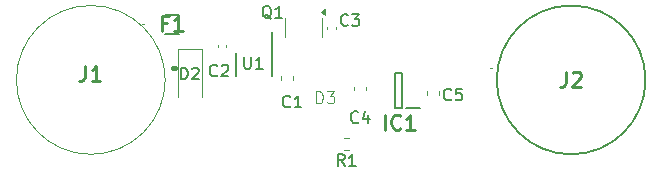
<source format=gbr>
%TF.GenerationSoftware,KiCad,Pcbnew,8.0.4*%
%TF.CreationDate,2025-04-09T21:22:43-04:00*%
%TF.ProjectId,accessory_peripheral,61636365-7373-46f7-9279-5f7065726970,rev?*%
%TF.SameCoordinates,Original*%
%TF.FileFunction,Legend,Top*%
%TF.FilePolarity,Positive*%
%FSLAX46Y46*%
G04 Gerber Fmt 4.6, Leading zero omitted, Abs format (unit mm)*
G04 Created by KiCad (PCBNEW 8.0.4) date 2025-04-09 21:22:43*
%MOMM*%
%LPD*%
G01*
G04 APERTURE LIST*
%ADD10C,0.254000*%
%ADD11C,0.150000*%
%ADD12C,0.100000*%
%ADD13C,0.200000*%
%ADD14C,0.120000*%
%ADD15C,0.400000*%
G04 APERTURE END LIST*
D10*
X134611767Y-98347515D02*
X134188433Y-98347515D01*
X134188433Y-99012753D02*
X134188433Y-97742753D01*
X134188433Y-97742753D02*
X134793195Y-97742753D01*
X135942243Y-99012753D02*
X135216528Y-99012753D01*
X135579385Y-99012753D02*
X135579385Y-97742753D01*
X135579385Y-97742753D02*
X135458433Y-97924181D01*
X135458433Y-97924181D02*
X135337481Y-98045134D01*
X135337481Y-98045134D02*
X135216528Y-98105610D01*
D11*
X158668433Y-104798015D02*
X158620814Y-104845635D01*
X158620814Y-104845635D02*
X158477957Y-104893254D01*
X158477957Y-104893254D02*
X158382719Y-104893254D01*
X158382719Y-104893254D02*
X158239862Y-104845635D01*
X158239862Y-104845635D02*
X158144624Y-104750396D01*
X158144624Y-104750396D02*
X158097005Y-104655158D01*
X158097005Y-104655158D02*
X158049386Y-104464682D01*
X158049386Y-104464682D02*
X158049386Y-104321825D01*
X158049386Y-104321825D02*
X158097005Y-104131349D01*
X158097005Y-104131349D02*
X158144624Y-104036111D01*
X158144624Y-104036111D02*
X158239862Y-103940873D01*
X158239862Y-103940873D02*
X158382719Y-103893254D01*
X158382719Y-103893254D02*
X158477957Y-103893254D01*
X158477957Y-103893254D02*
X158620814Y-103940873D01*
X158620814Y-103940873D02*
X158668433Y-103988492D01*
X159573195Y-103893254D02*
X159097005Y-103893254D01*
X159097005Y-103893254D02*
X159049386Y-104369444D01*
X159049386Y-104369444D02*
X159097005Y-104321825D01*
X159097005Y-104321825D02*
X159192243Y-104274206D01*
X159192243Y-104274206D02*
X159430338Y-104274206D01*
X159430338Y-104274206D02*
X159525576Y-104321825D01*
X159525576Y-104321825D02*
X159573195Y-104369444D01*
X159573195Y-104369444D02*
X159620814Y-104464682D01*
X159620814Y-104464682D02*
X159620814Y-104702777D01*
X159620814Y-104702777D02*
X159573195Y-104798015D01*
X159573195Y-104798015D02*
X159525576Y-104845635D01*
X159525576Y-104845635D02*
X159430338Y-104893254D01*
X159430338Y-104893254D02*
X159192243Y-104893254D01*
X159192243Y-104893254D02*
X159097005Y-104845635D01*
X159097005Y-104845635D02*
X159049386Y-104798015D01*
D10*
X153045337Y-107362753D02*
X153045337Y-106092753D01*
X154375814Y-107241800D02*
X154315338Y-107302277D01*
X154315338Y-107302277D02*
X154133909Y-107362753D01*
X154133909Y-107362753D02*
X154012957Y-107362753D01*
X154012957Y-107362753D02*
X153831528Y-107302277D01*
X153831528Y-107302277D02*
X153710576Y-107181324D01*
X153710576Y-107181324D02*
X153650099Y-107060372D01*
X153650099Y-107060372D02*
X153589623Y-106818467D01*
X153589623Y-106818467D02*
X153589623Y-106637038D01*
X153589623Y-106637038D02*
X153650099Y-106395134D01*
X153650099Y-106395134D02*
X153710576Y-106274181D01*
X153710576Y-106274181D02*
X153831528Y-106153229D01*
X153831528Y-106153229D02*
X154012957Y-106092753D01*
X154012957Y-106092753D02*
X154133909Y-106092753D01*
X154133909Y-106092753D02*
X154315338Y-106153229D01*
X154315338Y-106153229D02*
X154375814Y-106213705D01*
X155585338Y-107362753D02*
X154859623Y-107362753D01*
X155222480Y-107362753D02*
X155222480Y-106092753D01*
X155222480Y-106092753D02*
X155101528Y-106274181D01*
X155101528Y-106274181D02*
X154980576Y-106395134D01*
X154980576Y-106395134D02*
X154859623Y-106455610D01*
D12*
X147247005Y-105135854D02*
X147247005Y-104135854D01*
X147247005Y-104135854D02*
X147485100Y-104135854D01*
X147485100Y-104135854D02*
X147627957Y-104183473D01*
X147627957Y-104183473D02*
X147723195Y-104278711D01*
X147723195Y-104278711D02*
X147770814Y-104373949D01*
X147770814Y-104373949D02*
X147818433Y-104564425D01*
X147818433Y-104564425D02*
X147818433Y-104707282D01*
X147818433Y-104707282D02*
X147770814Y-104897758D01*
X147770814Y-104897758D02*
X147723195Y-104992996D01*
X147723195Y-104992996D02*
X147627957Y-105088235D01*
X147627957Y-105088235D02*
X147485100Y-105135854D01*
X147485100Y-105135854D02*
X147247005Y-105135854D01*
X148151767Y-104135854D02*
X148770814Y-104135854D01*
X148770814Y-104135854D02*
X148437481Y-104516806D01*
X148437481Y-104516806D02*
X148580338Y-104516806D01*
X148580338Y-104516806D02*
X148675576Y-104564425D01*
X148675576Y-104564425D02*
X148723195Y-104612044D01*
X148723195Y-104612044D02*
X148770814Y-104707282D01*
X148770814Y-104707282D02*
X148770814Y-104945377D01*
X148770814Y-104945377D02*
X148723195Y-105040615D01*
X148723195Y-105040615D02*
X148675576Y-105088235D01*
X148675576Y-105088235D02*
X148580338Y-105135854D01*
X148580338Y-105135854D02*
X148294624Y-105135854D01*
X148294624Y-105135854D02*
X148199386Y-105088235D01*
X148199386Y-105088235D02*
X148151767Y-105040615D01*
D11*
X141143195Y-101213254D02*
X141143195Y-102022777D01*
X141143195Y-102022777D02*
X141190814Y-102118015D01*
X141190814Y-102118015D02*
X141238433Y-102165635D01*
X141238433Y-102165635D02*
X141333671Y-102213254D01*
X141333671Y-102213254D02*
X141524147Y-102213254D01*
X141524147Y-102213254D02*
X141619385Y-102165635D01*
X141619385Y-102165635D02*
X141667004Y-102118015D01*
X141667004Y-102118015D02*
X141714623Y-102022777D01*
X141714623Y-102022777D02*
X141714623Y-101213254D01*
X142714623Y-102213254D02*
X142143195Y-102213254D01*
X142428909Y-102213254D02*
X142428909Y-101213254D01*
X142428909Y-101213254D02*
X142333671Y-101356111D01*
X142333671Y-101356111D02*
X142238433Y-101451349D01*
X142238433Y-101451349D02*
X142143195Y-101498968D01*
D10*
X127680567Y-101987353D02*
X127680567Y-102894496D01*
X127680567Y-102894496D02*
X127620090Y-103075924D01*
X127620090Y-103075924D02*
X127499138Y-103196877D01*
X127499138Y-103196877D02*
X127317709Y-103257353D01*
X127317709Y-103257353D02*
X127196757Y-103257353D01*
X128950567Y-103257353D02*
X128224852Y-103257353D01*
X128587709Y-103257353D02*
X128587709Y-101987353D01*
X128587709Y-101987353D02*
X128466757Y-102168781D01*
X128466757Y-102168781D02*
X128345805Y-102289734D01*
X128345805Y-102289734D02*
X128224852Y-102350210D01*
D11*
X143439861Y-97988492D02*
X143344623Y-97940873D01*
X143344623Y-97940873D02*
X143249385Y-97845635D01*
X143249385Y-97845635D02*
X143106528Y-97702777D01*
X143106528Y-97702777D02*
X143011290Y-97655158D01*
X143011290Y-97655158D02*
X142916052Y-97655158D01*
X142963671Y-97893254D02*
X142868433Y-97845635D01*
X142868433Y-97845635D02*
X142773195Y-97750396D01*
X142773195Y-97750396D02*
X142725576Y-97559920D01*
X142725576Y-97559920D02*
X142725576Y-97226587D01*
X142725576Y-97226587D02*
X142773195Y-97036111D01*
X142773195Y-97036111D02*
X142868433Y-96940873D01*
X142868433Y-96940873D02*
X142963671Y-96893254D01*
X142963671Y-96893254D02*
X143154147Y-96893254D01*
X143154147Y-96893254D02*
X143249385Y-96940873D01*
X143249385Y-96940873D02*
X143344623Y-97036111D01*
X143344623Y-97036111D02*
X143392242Y-97226587D01*
X143392242Y-97226587D02*
X143392242Y-97559920D01*
X143392242Y-97559920D02*
X143344623Y-97750396D01*
X143344623Y-97750396D02*
X143249385Y-97845635D01*
X143249385Y-97845635D02*
X143154147Y-97893254D01*
X143154147Y-97893254D02*
X142963671Y-97893254D01*
X144344623Y-97893254D02*
X143773195Y-97893254D01*
X144058909Y-97893254D02*
X144058909Y-96893254D01*
X144058909Y-96893254D02*
X143963671Y-97036111D01*
X143963671Y-97036111D02*
X143868433Y-97131349D01*
X143868433Y-97131349D02*
X143773195Y-97178968D01*
X135777005Y-103123254D02*
X135777005Y-102123254D01*
X135777005Y-102123254D02*
X136015100Y-102123254D01*
X136015100Y-102123254D02*
X136157957Y-102170873D01*
X136157957Y-102170873D02*
X136253195Y-102266111D01*
X136253195Y-102266111D02*
X136300814Y-102361349D01*
X136300814Y-102361349D02*
X136348433Y-102551825D01*
X136348433Y-102551825D02*
X136348433Y-102694682D01*
X136348433Y-102694682D02*
X136300814Y-102885158D01*
X136300814Y-102885158D02*
X136253195Y-102980396D01*
X136253195Y-102980396D02*
X136157957Y-103075635D01*
X136157957Y-103075635D02*
X136015100Y-103123254D01*
X136015100Y-103123254D02*
X135777005Y-103123254D01*
X136729386Y-102218492D02*
X136777005Y-102170873D01*
X136777005Y-102170873D02*
X136872243Y-102123254D01*
X136872243Y-102123254D02*
X137110338Y-102123254D01*
X137110338Y-102123254D02*
X137205576Y-102170873D01*
X137205576Y-102170873D02*
X137253195Y-102218492D01*
X137253195Y-102218492D02*
X137300814Y-102313730D01*
X137300814Y-102313730D02*
X137300814Y-102408968D01*
X137300814Y-102408968D02*
X137253195Y-102551825D01*
X137253195Y-102551825D02*
X136681767Y-103123254D01*
X136681767Y-103123254D02*
X137300814Y-103123254D01*
X149918433Y-98498015D02*
X149870814Y-98545635D01*
X149870814Y-98545635D02*
X149727957Y-98593254D01*
X149727957Y-98593254D02*
X149632719Y-98593254D01*
X149632719Y-98593254D02*
X149489862Y-98545635D01*
X149489862Y-98545635D02*
X149394624Y-98450396D01*
X149394624Y-98450396D02*
X149347005Y-98355158D01*
X149347005Y-98355158D02*
X149299386Y-98164682D01*
X149299386Y-98164682D02*
X149299386Y-98021825D01*
X149299386Y-98021825D02*
X149347005Y-97831349D01*
X149347005Y-97831349D02*
X149394624Y-97736111D01*
X149394624Y-97736111D02*
X149489862Y-97640873D01*
X149489862Y-97640873D02*
X149632719Y-97593254D01*
X149632719Y-97593254D02*
X149727957Y-97593254D01*
X149727957Y-97593254D02*
X149870814Y-97640873D01*
X149870814Y-97640873D02*
X149918433Y-97688492D01*
X150251767Y-97593254D02*
X150870814Y-97593254D01*
X150870814Y-97593254D02*
X150537481Y-97974206D01*
X150537481Y-97974206D02*
X150680338Y-97974206D01*
X150680338Y-97974206D02*
X150775576Y-98021825D01*
X150775576Y-98021825D02*
X150823195Y-98069444D01*
X150823195Y-98069444D02*
X150870814Y-98164682D01*
X150870814Y-98164682D02*
X150870814Y-98402777D01*
X150870814Y-98402777D02*
X150823195Y-98498015D01*
X150823195Y-98498015D02*
X150775576Y-98545635D01*
X150775576Y-98545635D02*
X150680338Y-98593254D01*
X150680338Y-98593254D02*
X150394624Y-98593254D01*
X150394624Y-98593254D02*
X150299386Y-98545635D01*
X150299386Y-98545635D02*
X150251767Y-98498015D01*
X145038433Y-105398015D02*
X144990814Y-105445635D01*
X144990814Y-105445635D02*
X144847957Y-105493254D01*
X144847957Y-105493254D02*
X144752719Y-105493254D01*
X144752719Y-105493254D02*
X144609862Y-105445635D01*
X144609862Y-105445635D02*
X144514624Y-105350396D01*
X144514624Y-105350396D02*
X144467005Y-105255158D01*
X144467005Y-105255158D02*
X144419386Y-105064682D01*
X144419386Y-105064682D02*
X144419386Y-104921825D01*
X144419386Y-104921825D02*
X144467005Y-104731349D01*
X144467005Y-104731349D02*
X144514624Y-104636111D01*
X144514624Y-104636111D02*
X144609862Y-104540873D01*
X144609862Y-104540873D02*
X144752719Y-104493254D01*
X144752719Y-104493254D02*
X144847957Y-104493254D01*
X144847957Y-104493254D02*
X144990814Y-104540873D01*
X144990814Y-104540873D02*
X145038433Y-104588492D01*
X145990814Y-105493254D02*
X145419386Y-105493254D01*
X145705100Y-105493254D02*
X145705100Y-104493254D01*
X145705100Y-104493254D02*
X145609862Y-104636111D01*
X145609862Y-104636111D02*
X145514624Y-104731349D01*
X145514624Y-104731349D02*
X145419386Y-104778968D01*
X149638433Y-110453254D02*
X149305100Y-109977063D01*
X149067005Y-110453254D02*
X149067005Y-109453254D01*
X149067005Y-109453254D02*
X149447957Y-109453254D01*
X149447957Y-109453254D02*
X149543195Y-109500873D01*
X149543195Y-109500873D02*
X149590814Y-109548492D01*
X149590814Y-109548492D02*
X149638433Y-109643730D01*
X149638433Y-109643730D02*
X149638433Y-109786587D01*
X149638433Y-109786587D02*
X149590814Y-109881825D01*
X149590814Y-109881825D02*
X149543195Y-109929444D01*
X149543195Y-109929444D02*
X149447957Y-109977063D01*
X149447957Y-109977063D02*
X149067005Y-109977063D01*
X150590814Y-110453254D02*
X150019386Y-110453254D01*
X150305100Y-110453254D02*
X150305100Y-109453254D01*
X150305100Y-109453254D02*
X150209862Y-109596111D01*
X150209862Y-109596111D02*
X150114624Y-109691349D01*
X150114624Y-109691349D02*
X150019386Y-109738968D01*
X150788433Y-106728015D02*
X150740814Y-106775635D01*
X150740814Y-106775635D02*
X150597957Y-106823254D01*
X150597957Y-106823254D02*
X150502719Y-106823254D01*
X150502719Y-106823254D02*
X150359862Y-106775635D01*
X150359862Y-106775635D02*
X150264624Y-106680396D01*
X150264624Y-106680396D02*
X150217005Y-106585158D01*
X150217005Y-106585158D02*
X150169386Y-106394682D01*
X150169386Y-106394682D02*
X150169386Y-106251825D01*
X150169386Y-106251825D02*
X150217005Y-106061349D01*
X150217005Y-106061349D02*
X150264624Y-105966111D01*
X150264624Y-105966111D02*
X150359862Y-105870873D01*
X150359862Y-105870873D02*
X150502719Y-105823254D01*
X150502719Y-105823254D02*
X150597957Y-105823254D01*
X150597957Y-105823254D02*
X150740814Y-105870873D01*
X150740814Y-105870873D02*
X150788433Y-105918492D01*
X151645576Y-106156587D02*
X151645576Y-106823254D01*
X151407481Y-105775635D02*
X151169386Y-106489920D01*
X151169386Y-106489920D02*
X151788433Y-106489920D01*
D10*
X168399567Y-102462353D02*
X168399567Y-103369496D01*
X168399567Y-103369496D02*
X168339090Y-103550924D01*
X168339090Y-103550924D02*
X168218138Y-103671877D01*
X168218138Y-103671877D02*
X168036709Y-103732353D01*
X168036709Y-103732353D02*
X167915757Y-103732353D01*
X168943852Y-102583305D02*
X169004328Y-102522829D01*
X169004328Y-102522829D02*
X169125281Y-102462353D01*
X169125281Y-102462353D02*
X169427662Y-102462353D01*
X169427662Y-102462353D02*
X169548614Y-102522829D01*
X169548614Y-102522829D02*
X169609090Y-102583305D01*
X169609090Y-102583305D02*
X169669567Y-102704257D01*
X169669567Y-102704257D02*
X169669567Y-102825210D01*
X169669567Y-102825210D02*
X169609090Y-103006638D01*
X169609090Y-103006638D02*
X168883376Y-103732353D01*
X168883376Y-103732353D02*
X169669567Y-103732353D01*
D11*
X138858433Y-102768015D02*
X138810814Y-102815635D01*
X138810814Y-102815635D02*
X138667957Y-102863254D01*
X138667957Y-102863254D02*
X138572719Y-102863254D01*
X138572719Y-102863254D02*
X138429862Y-102815635D01*
X138429862Y-102815635D02*
X138334624Y-102720396D01*
X138334624Y-102720396D02*
X138287005Y-102625158D01*
X138287005Y-102625158D02*
X138239386Y-102434682D01*
X138239386Y-102434682D02*
X138239386Y-102291825D01*
X138239386Y-102291825D02*
X138287005Y-102101349D01*
X138287005Y-102101349D02*
X138334624Y-102006111D01*
X138334624Y-102006111D02*
X138429862Y-101910873D01*
X138429862Y-101910873D02*
X138572719Y-101863254D01*
X138572719Y-101863254D02*
X138667957Y-101863254D01*
X138667957Y-101863254D02*
X138810814Y-101910873D01*
X138810814Y-101910873D02*
X138858433Y-101958492D01*
X139239386Y-101958492D02*
X139287005Y-101910873D01*
X139287005Y-101910873D02*
X139382243Y-101863254D01*
X139382243Y-101863254D02*
X139620338Y-101863254D01*
X139620338Y-101863254D02*
X139715576Y-101910873D01*
X139715576Y-101910873D02*
X139763195Y-101958492D01*
X139763195Y-101958492D02*
X139810814Y-102053730D01*
X139810814Y-102053730D02*
X139810814Y-102148968D01*
X139810814Y-102148968D02*
X139763195Y-102291825D01*
X139763195Y-102291825D02*
X139191767Y-102863254D01*
X139191767Y-102863254D02*
X139810814Y-102863254D01*
D12*
%TO.C,F1*%
X132535100Y-98438435D02*
X132535100Y-98438435D01*
X132635100Y-98438435D02*
X132635100Y-98438435D01*
D13*
X134435100Y-97638435D02*
X135635100Y-97638435D01*
X134435100Y-99238435D02*
X135635100Y-99238435D01*
D12*
X132535100Y-98438435D02*
G75*
G02*
X132635100Y-98438435I50000J0D01*
G01*
X132635100Y-98438435D02*
G75*
G02*
X132535100Y-98438435I-50000J0D01*
G01*
D14*
%TO.C,C5*%
X157645100Y-104122855D02*
X157645100Y-104404015D01*
X156625100Y-104122855D02*
X156625100Y-104404015D01*
D13*
%TO.C,IC1*%
X156065100Y-105558435D02*
X154865100Y-105558435D01*
X154515100Y-105508435D02*
X153915100Y-105508435D01*
X154515100Y-102608435D02*
X154515100Y-105508435D01*
X153915100Y-105508435D02*
X153915100Y-102608435D01*
X153915100Y-102608435D02*
X154515100Y-102608435D01*
%TO.C,U1*%
X143510101Y-99113433D02*
X143510104Y-102813434D01*
X140410105Y-100913435D02*
X140410105Y-102813434D01*
D15*
%TO.C,J1*%
X135253900Y-102183035D02*
X135253900Y-102183035D01*
X135153900Y-102183035D02*
X135153900Y-102183035D01*
D12*
X134453900Y-103158035D02*
X134453900Y-103158035D01*
X121853900Y-103158035D02*
X121853900Y-103158035D01*
D15*
X135253900Y-102183035D02*
G75*
G02*
X135153900Y-102183035I-50000J0D01*
G01*
X135153900Y-102183035D02*
G75*
G02*
X135253900Y-102183035I50000J0D01*
G01*
D12*
X134453900Y-103158035D02*
G75*
G02*
X121853900Y-103158035I-6300000J0D01*
G01*
X121853900Y-103158035D02*
G75*
G02*
X134453900Y-103158035I6300000J0D01*
G01*
D14*
%TO.C,Q1*%
X147725100Y-98698435D02*
X147725100Y-97898435D01*
X147725100Y-98698435D02*
X147725100Y-99498435D01*
X144605100Y-98698435D02*
X144605100Y-97898435D01*
X144605100Y-98698435D02*
X144605100Y-99498435D01*
X148005100Y-97638435D02*
X147675100Y-97398435D01*
X148005100Y-97158435D01*
X148005100Y-97638435D01*
G36*
X148005100Y-97638435D02*
G01*
X147675100Y-97398435D01*
X148005100Y-97158435D01*
X148005100Y-97638435D01*
G37*
%TO.C,D2*%
X137535100Y-100578435D02*
X135535100Y-100578435D01*
X137535100Y-100578435D02*
X137535100Y-104588435D01*
X135535100Y-100578435D02*
X135535100Y-104588435D01*
%TO.C,C3*%
X148195100Y-98886271D02*
X148195100Y-98670599D01*
X148915100Y-98886271D02*
X148915100Y-98670599D01*
%TO.C,C1*%
X144255100Y-103139015D02*
X144255100Y-102857855D01*
X145275100Y-103139015D02*
X145275100Y-102857855D01*
%TO.C,R1*%
X150042358Y-109090935D02*
X149567842Y-109090935D01*
X150042358Y-108045935D02*
X149567842Y-108045935D01*
%TO.C,C4*%
X151485100Y-103737855D02*
X151485100Y-104019015D01*
X150465100Y-103737855D02*
X150465100Y-104019015D01*
D12*
%TO.C,J2*%
X162022900Y-102183035D02*
X162022900Y-102183035D01*
X162122900Y-102183035D02*
X162122900Y-102183035D01*
D13*
X168822900Y-96858035D02*
X168822900Y-96858035D01*
X168822900Y-109458035D02*
X168822900Y-109458035D01*
D12*
X162022900Y-102183035D02*
G75*
G02*
X162122900Y-102183035I50000J0D01*
G01*
X162122900Y-102183035D02*
G75*
G02*
X162022900Y-102183035I-50000J0D01*
G01*
D13*
X168822900Y-96858035D02*
G75*
G02*
X168822900Y-109458035I0J-6300000D01*
G01*
X168822900Y-109458035D02*
G75*
G02*
X168822900Y-96858035I0J6300000D01*
G01*
D14*
%TO.C,C2*%
X139615100Y-100170599D02*
X139615100Y-100386271D01*
X138895100Y-100170599D02*
X138895100Y-100386271D01*
%TD*%
M02*

</source>
